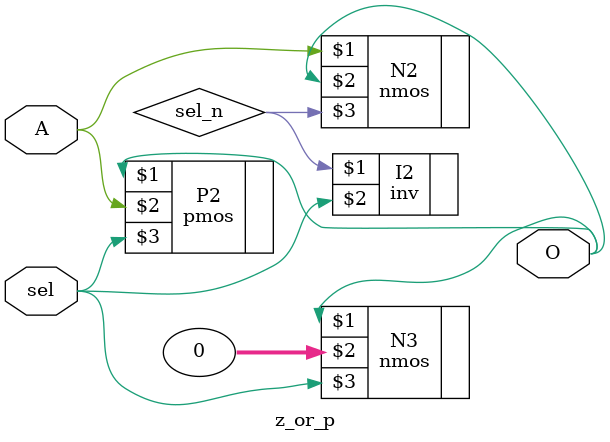
<source format=v>
`timescale 1ns / 1ns 

module z_or_p ( O, A, sel );
output  O;

input  A, sel;


specify 
    specparam CDS_LIBNAME  = "ece555_final";
    specparam CDS_CELLNAME = "z_or_p";
    specparam CDS_VIEWNAME = "schematic";
endspecify

pmos P2 ( O, A, sel);
nmos N2 ( A, O, sel_n);
nmos N3 ( O, 0, sel);
inv I2 ( sel_n, sel);

endmodule

</source>
